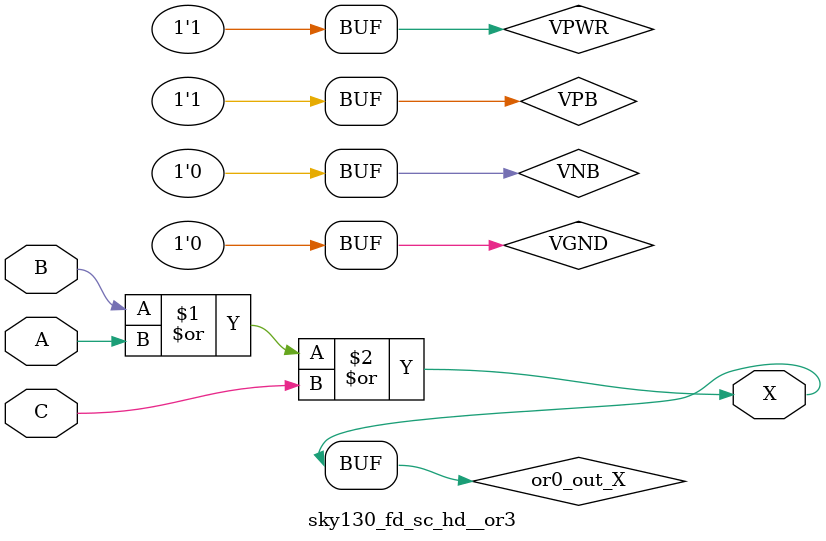
<source format=v>
/*
 * Copyright 2020 The SkyWater PDK Authors
 *
 * Licensed under the Apache License, Version 2.0 (the "License");
 * you may not use this file except in compliance with the License.
 * You may obtain a copy of the License at
 *
 *     https://www.apache.org/licenses/LICENSE-2.0
 *
 * Unless required by applicable law or agreed to in writing, software
 * distributed under the License is distributed on an "AS IS" BASIS,
 * WITHOUT WARRANTIES OR CONDITIONS OF ANY KIND, either express or implied.
 * See the License for the specific language governing permissions and
 * limitations under the License.
 *
 * SPDX-License-Identifier: Apache-2.0
*/


`ifndef SKY130_FD_SC_HD__OR3_TIMING_V
`define SKY130_FD_SC_HD__OR3_TIMING_V

/**
 * or3: 3-input OR.
 *
 * Verilog simulation timing model.
 */

`timescale 1ns / 1ps
`default_nettype none

`celldefine
module sky130_fd_sc_hd__or3 (
    X,
    A,
    B,
    C
);

    // Module ports
    output X;
    input  A;
    input  B;
    input  C;

    // Module supplies
    supply1 VPWR;
    supply0 VGND;
    supply1 VPB ;
    supply0 VNB ;

    // Local signals
    wire or0_out_X;

    //  Name  Output     Other arguments
    or  or0  (or0_out_X, B, A, C        );
    buf buf0 (X        , or0_out_X      );

endmodule
`endcelldefine

`default_nettype wire
`endif  // SKY130_FD_SC_HD__OR3_TIMING_V

</source>
